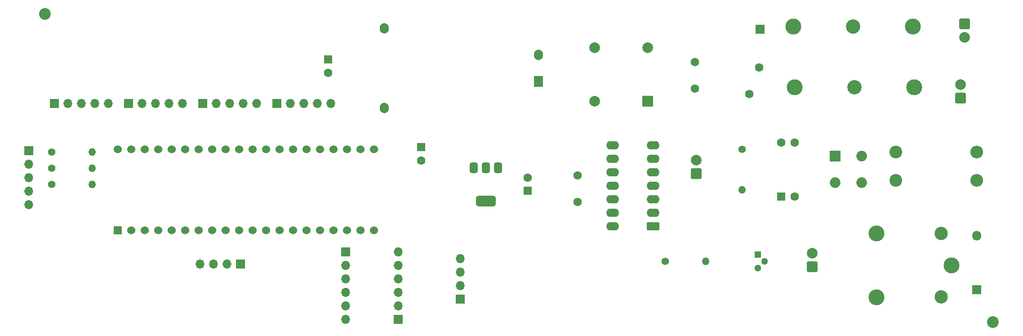
<source format=gbr>
%TF.GenerationSoftware,KiCad,Pcbnew,9.0.0*%
%TF.CreationDate,2025-05-27T07:27:55-06:00*%
%TF.ProjectId,horno_reflujo,686f726e-6f5f-4726-9566-6c756a6f2e6b,rev?*%
%TF.SameCoordinates,Original*%
%TF.FileFunction,Soldermask,Top*%
%TF.FilePolarity,Negative*%
%FSLAX46Y46*%
G04 Gerber Fmt 4.6, Leading zero omitted, Abs format (unit mm)*
G04 Created by KiCad (PCBNEW 9.0.0) date 2025-05-27 07:27:55*
%MOMM*%
%LPD*%
G01*
G04 APERTURE LIST*
G04 Aperture macros list*
%AMRoundRect*
0 Rectangle with rounded corners*
0 $1 Rounding radius*
0 $2 $3 $4 $5 $6 $7 $8 $9 X,Y pos of 4 corners*
0 Add a 4 corners polygon primitive as box body*
4,1,4,$2,$3,$4,$5,$6,$7,$8,$9,$2,$3,0*
0 Add four circle primitives for the rounded corners*
1,1,$1+$1,$2,$3*
1,1,$1+$1,$4,$5*
1,1,$1+$1,$6,$7*
1,1,$1+$1,$8,$9*
0 Add four rect primitives between the rounded corners*
20,1,$1+$1,$2,$3,$4,$5,0*
20,1,$1+$1,$4,$5,$6,$7,0*
20,1,$1+$1,$6,$7,$8,$9,0*
20,1,$1+$1,$8,$9,$2,$3,0*%
G04 Aperture macros list end*
%ADD10C,2.700000*%
%ADD11C,3.000000*%
%ADD12R,1.700000X1.700000*%
%ADD13O,1.700000X1.700000*%
%ADD14RoundRect,0.250000X-0.750000X0.750000X-0.750000X-0.750000X0.750000X-0.750000X0.750000X0.750000X0*%
%ADD15C,2.000000*%
%ADD16C,2.500000*%
%ADD17C,1.600000*%
%ADD18R,1.300000X1.300000*%
%ADD19C,1.300000*%
%ADD20R,1.800000X1.800000*%
%ADD21O,1.800000X1.800000*%
%ADD22RoundRect,0.250000X0.750000X-0.750000X0.750000X0.750000X-0.750000X0.750000X-0.750000X-0.750000X0*%
%ADD23R,1.600000X1.600000*%
%ADD24RoundRect,0.250000X0.950000X0.550000X-0.950000X0.550000X-0.950000X-0.550000X0.950000X-0.550000X0*%
%ADD25O,2.400000X1.600000*%
%ADD26C,2.200000*%
%ADD27C,1.400000*%
%ADD28O,1.400000X1.400000*%
%ADD29C,2.400000*%
%ADD30O,2.400000X2.400000*%
%ADD31RoundRect,0.250000X0.550000X-0.550000X0.550000X0.550000X-0.550000X0.550000X-0.550000X-0.550000X0*%
%ADD32RoundRect,0.375000X-0.375000X0.625000X-0.375000X-0.625000X0.375000X-0.625000X0.375000X0.625000X0*%
%ADD33RoundRect,0.500000X-1.400000X0.500000X-1.400000X-0.500000X1.400000X-0.500000X1.400000X0.500000X0*%
%ADD34R,2.000000X2.000000*%
%ADD35O,2.000000X2.000000*%
%ADD36R,1.700000X2.000000*%
%ADD37O,1.700000X2.000000*%
%ADD38R,1.524000X1.524000*%
%ADD39C,1.524000*%
G04 APERTURE END LIST*
D10*
%TO.C,F2*%
X187780000Y-29972000D03*
D11*
X199030000Y-29972000D03*
X176530000Y-29972000D03*
%TD*%
D12*
%TO.C,J15*%
X37343000Y-44450000D03*
D13*
X39883000Y-44450000D03*
X42423000Y-44450000D03*
X44963000Y-44450000D03*
X47503000Y-44450000D03*
%TD*%
D14*
%TO.C,J11*%
X208816500Y-29459000D03*
D15*
X208816500Y-31999000D03*
%TD*%
D12*
%TO.C,J12*%
X32526000Y-53342000D03*
D13*
X32526000Y-55882000D03*
X32526000Y-58422000D03*
X32526000Y-60962000D03*
X32526000Y-63502000D03*
%TD*%
D12*
%TO.C,J8*%
X170297500Y-30437500D03*
%TD*%
D11*
%TO.C,K1*%
X206366000Y-74930000D03*
D16*
X204416000Y-68880000D03*
D11*
X192216000Y-68880000D03*
X192166000Y-80930000D03*
D16*
X204416000Y-80880000D03*
%TD*%
D17*
%TO.C,RV1*%
X168264000Y-42632000D03*
X170064000Y-37632000D03*
%TD*%
D10*
%TO.C,F1*%
X188034000Y-41402000D03*
D11*
X199284000Y-41402000D03*
X176784000Y-41402000D03*
%TD*%
D12*
%TO.C,J2*%
X102108000Y-85090000D03*
D13*
X102108000Y-82550000D03*
X102108000Y-80010000D03*
X102108000Y-77470000D03*
X102108000Y-74930000D03*
X102108000Y-72390000D03*
%TD*%
D18*
%TO.C,Q1*%
X169820000Y-72898000D03*
D19*
X171090000Y-74168000D03*
X169820000Y-75438000D03*
%TD*%
D20*
%TO.C,D3*%
X211074000Y-79502000D03*
D21*
X211074000Y-69342000D03*
%TD*%
D22*
%TO.C,J7*%
X180057500Y-75189000D03*
D15*
X180057500Y-72649000D03*
%TD*%
D23*
%TO.C,C1*%
X88900000Y-36132888D03*
D17*
X88900000Y-38632888D03*
%TD*%
D12*
%TO.C,J14*%
X51313000Y-44450000D03*
D13*
X53853000Y-44450000D03*
X56393000Y-44450000D03*
X58933000Y-44450000D03*
X61473000Y-44450000D03*
%TD*%
D24*
%TO.C,U3*%
X150114000Y-67559000D03*
D25*
X150114000Y-65019000D03*
X150114000Y-62479000D03*
X150114000Y-59939000D03*
X150114000Y-57399000D03*
X150114000Y-54859000D03*
X150114000Y-52319000D03*
X142494000Y-52319000D03*
X142494000Y-54859000D03*
X142494000Y-57399000D03*
X142494000Y-59939000D03*
X142494000Y-62479000D03*
X142494000Y-65019000D03*
X142494000Y-67559000D03*
%TD*%
D12*
%TO.C,J3*%
X113792000Y-81270000D03*
D13*
X113792000Y-78730000D03*
X113792000Y-76190000D03*
X113792000Y-73650000D03*
%TD*%
D12*
%TO.C,J1*%
X92202000Y-72390000D03*
D13*
X92202000Y-74930000D03*
X92202000Y-77470000D03*
X92202000Y-80010000D03*
X92202000Y-82550000D03*
X92202000Y-85090000D03*
%TD*%
D26*
%TO.C,H3*%
X214122000Y-85598000D03*
%TD*%
D12*
%TO.C,J13*%
X65283000Y-44450000D03*
D13*
X67823000Y-44450000D03*
X70363000Y-44450000D03*
X72903000Y-44450000D03*
X75443000Y-44450000D03*
%TD*%
D27*
%TO.C,R9*%
X36830000Y-56642000D03*
D28*
X44450000Y-56642000D03*
%TD*%
D22*
%TO.C,J10*%
X158213500Y-57663000D03*
D15*
X158213500Y-55123000D03*
%TD*%
D26*
%TO.C,H4*%
X35550000Y-27575000D03*
%TD*%
D17*
%TO.C,C5*%
X135890000Y-62952000D03*
X135890000Y-57952000D03*
%TD*%
D23*
%TO.C,C9*%
X126492000Y-60895113D03*
D17*
X126492000Y-58395113D03*
%TD*%
D23*
%TO.C,C8*%
X106426000Y-52642888D03*
D17*
X106426000Y-55142888D03*
%TD*%
D29*
%TO.C,R5*%
X195834000Y-53594000D03*
D30*
X211074000Y-53594000D03*
%TD*%
D27*
%TO.C,R11*%
X36830000Y-53594000D03*
D28*
X44450000Y-53594000D03*
%TD*%
D17*
%TO.C,C2*%
X157988000Y-41616000D03*
X157988000Y-36616000D03*
%TD*%
D12*
%TO.C,J5*%
X72380000Y-74676000D03*
D13*
X69840000Y-74676000D03*
X67300000Y-74676000D03*
X64760000Y-74676000D03*
%TD*%
D27*
%TO.C,R10*%
X152400000Y-74168000D03*
D28*
X160020000Y-74168000D03*
%TD*%
D29*
%TO.C,R6*%
X195834000Y-58928000D03*
D30*
X211074000Y-58928000D03*
%TD*%
D31*
%TO.C,OC1*%
X174239000Y-61976000D03*
D17*
X176779000Y-61976000D03*
X176779000Y-51816000D03*
X174239000Y-51816000D03*
%TD*%
D32*
%TO.C,U1*%
X120918000Y-56540000D03*
X118618000Y-56540000D03*
D33*
X118618000Y-62840000D03*
D32*
X116318000Y-56540000D03*
%TD*%
D34*
%TO.C,D1*%
X184404000Y-54356000D03*
D35*
X184404000Y-59356000D03*
X189404000Y-59356000D03*
X189404000Y-54356000D03*
%TD*%
D36*
%TO.C,PS1*%
X128548500Y-40308500D03*
D37*
X128548500Y-35308500D03*
X99468500Y-45308500D03*
X99468500Y-30308500D03*
%TD*%
D38*
%TO.C,dev_board1*%
X49276000Y-68326000D03*
D39*
X51816000Y-68326000D03*
X54356000Y-68326000D03*
X56896000Y-68326000D03*
X59436000Y-68326000D03*
X61976000Y-68326000D03*
X64516000Y-68326000D03*
X67056000Y-68326000D03*
X69596000Y-68326000D03*
X72136000Y-68326000D03*
X74676000Y-68326000D03*
X77216000Y-68326000D03*
X79756000Y-68326000D03*
X82296000Y-68326000D03*
X84836000Y-68326000D03*
X87376000Y-68326000D03*
X89916000Y-68326000D03*
X92456000Y-68326000D03*
X94996000Y-68326000D03*
X97536000Y-68326000D03*
X97536000Y-53086000D03*
X94996000Y-53086000D03*
X92456000Y-53086000D03*
X89916000Y-53086000D03*
X87376000Y-53086000D03*
X84836000Y-53086000D03*
X82296000Y-53086000D03*
X79756000Y-53086000D03*
X77216000Y-53086000D03*
X74676000Y-53086000D03*
X72136000Y-53086000D03*
X69596000Y-53086000D03*
X67056000Y-53086000D03*
X64516000Y-53086000D03*
X61976000Y-53086000D03*
X59436000Y-53086000D03*
X56896000Y-53086000D03*
X54356000Y-53086000D03*
X51816000Y-53086000D03*
X49276000Y-53086000D03*
%TD*%
D22*
%TO.C,J6*%
X208026000Y-43434000D03*
D15*
X208026000Y-40894000D03*
%TD*%
D34*
%TO.C,FL1*%
X149129500Y-43973500D03*
D15*
X139129500Y-43973500D03*
X149129500Y-33973500D03*
X139129500Y-33973500D03*
%TD*%
D27*
%TO.C,R7*%
X166878000Y-53086000D03*
D28*
X166878000Y-60706000D03*
%TD*%
D27*
%TO.C,R8*%
X36830000Y-59690000D03*
D28*
X44450000Y-59690000D03*
%TD*%
D12*
%TO.C,J4*%
X79253000Y-44450000D03*
D13*
X81793000Y-44450000D03*
X84333000Y-44450000D03*
X86873000Y-44450000D03*
X89413000Y-44450000D03*
%TD*%
M02*

</source>
